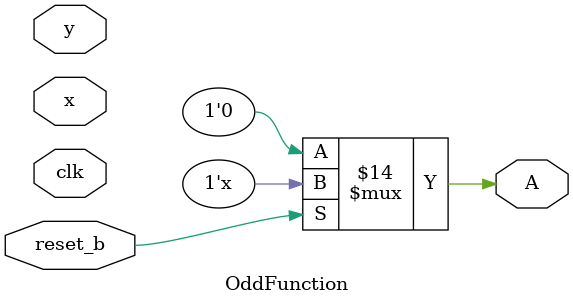
<source format=v>
module OddFunction (A, x, y, clk, reset_b);

output reg A;
input x, y, clk, reset_b;

always @(x, y, clk, reset_b)
begin
if (reset_b == 0) A = 0;
else if (clk == 1 && x != y) A = !A;
end

endmodule

</source>
